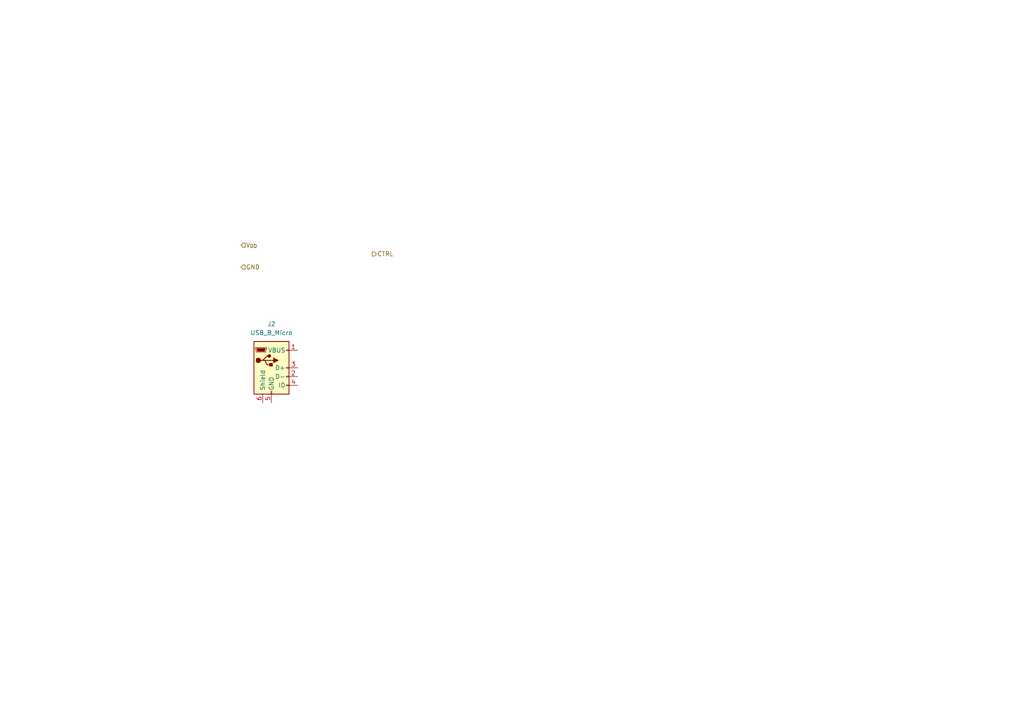
<source format=kicad_sch>
(kicad_sch (version 20211123) (generator eeschema)
  (paper "A4")
  (lib_symbols
    (symbol "Connector:USB_B_Micro" (pin_names (offset 1.016))
      (property "Reference" "J" (at -5.08 11.43 0))
      (property "Value" "USB_B_Micro" (at -5.08 8.89 0))
      (symbol "USB_B_Micro_0_1"
        (rectangle (start -5.08 -7.62) (end 5.08 7.62) (stroke (width 0.254)) (fill (type background)))
        (circle (center -3.81 2.159) (radius 0.635) (stroke (width 0.254)) (fill (type outline)))
        (circle (center -0.635 3.429) (radius 0.381) (stroke (width 0.254)) (fill (type outline)))
        (rectangle (start -0.127 -7.62) (end 0.127 -6.858))
        (polyline (pts (xy -1.905 2.159) (xy 0.635 2.159)) (stroke (width 0.254)))
        (polyline (pts (xy -3.175 2.159) (xy -2.54 2.159) (xy -1.27 3.429) (xy -0.635 3.429)) (stroke (width 0.254)))
        (polyline (pts (xy -2.54 2.159) (xy -1.905 2.159) (xy -1.27 0.889) (xy 0 0.889)) (stroke (width 0.254)))
        (polyline (pts (xy 0.635 2.794) (xy 0.635 1.524) (xy 1.905 2.159) (xy 0.635 2.794)) (stroke (width 0.254)) (fill (type outline)))
        (polyline (pts (xy -4.318 5.588) (xy -1.778 5.588) (xy -2.032 4.826) (xy -4.064 4.826) (xy -4.318 5.588)) (fill (type outline)))
        (polyline (pts (xy -4.699 5.842) (xy -4.699 5.588) (xy -4.445 4.826) (xy -4.445 4.572) (xy -1.651 4.572) (xy -1.651 4.826) (xy -1.397 5.588) (xy -1.397 5.842) (xy -4.699 5.842)))
        (rectangle (start 0.254 1.27) (end -0.508 0.508) (stroke (width 0.254)) (fill (type outline)))
        (rectangle (start 5.08 -5.207) (end 4.318 -4.953))
        (rectangle (start 5.08 -2.667) (end 4.318 -2.413))
        (rectangle (start 5.08 -0.127) (end 4.318 0.127))
        (rectangle (start 5.08 4.953) (end 4.318 5.207))
      )
      (symbol "USB_B_Micro_1_1"
        (pin power_out line (at 7.62 5.08 180) (length 2.54) (name "VBUS") (number "1"))
        (pin bidirectional line (at 7.62 -2.54 180) (length 2.54) (name "D-") (number "2"))
        (pin bidirectional line (at 7.62 0 180) (length 2.54) (name "D+") (number "3"))
        (pin passive line (at 7.62 -5.08 180) (length 2.54) (name "ID") (number "4"))
        (pin power_out line (at 0 -10.16 90) (length 2.54) (name "GND") (number "5"))
        (pin passive line (at -2.54 -10.16 90) (length 2.54) (name "Shield") (number "6"))
      )
    )
  )
  (hierarchical_label "V_{DD}" (shape input) (at 69.85 71.12 0))
  (hierarchical_label "CTRL" (shape output) (at 107.95 73.66 0))
  (hierarchical_label "GND" (shape input) (at 69.85 77.47 0))
  (symbol (lib_id "Connector:USB_B_Micro") (at 78.74 106.68 0) (unit 1)
    (property "Reference" "J2" (at 78.74 93.98 0))
    (property "Value" "USB_B_Micro" (at 78.74 96.52 0))
  )
)
</source>
